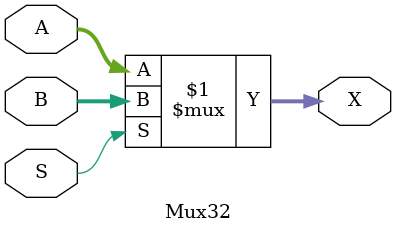
<source format=v>
module Mux32( 
    input [31:0] A,
    input [31:0] B, 
    input S, 
    output wire [31:0] X
);
    assign X = (S) ? B : A;
endmodule
</source>
